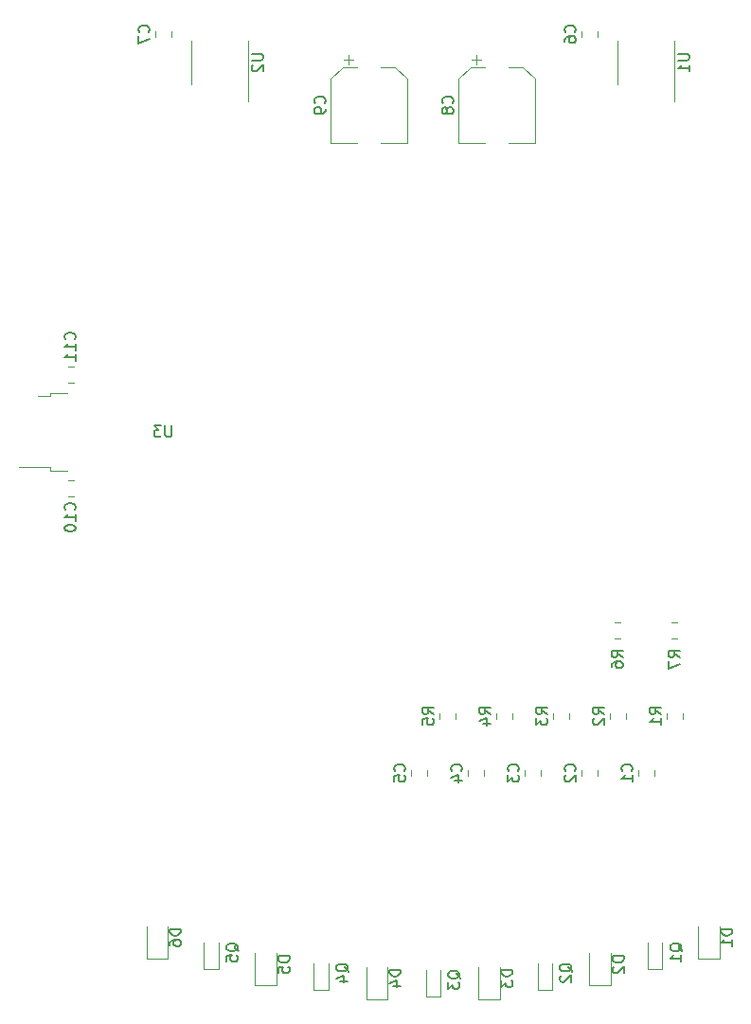
<source format=gbr>
G04 #@! TF.GenerationSoftware,KiCad,Pcbnew,5.1.6*
G04 #@! TF.CreationDate,2020-08-26T23:46:25+02:00*
G04 #@! TF.ProjectId,line_follower,6c696e65-5f66-46f6-9c6c-6f7765722e6b,rev?*
G04 #@! TF.SameCoordinates,Original*
G04 #@! TF.FileFunction,Legend,Bot*
G04 #@! TF.FilePolarity,Positive*
%FSLAX46Y46*%
G04 Gerber Fmt 4.6, Leading zero omitted, Abs format (unit mm)*
G04 Created by KiCad (PCBNEW 5.1.6) date 2020-08-26 23:46:25*
%MOMM*%
%LPD*%
G01*
G04 APERTURE LIST*
%ADD10C,0.120000*%
%ADD11C,0.150000*%
G04 APERTURE END LIST*
D10*
X3473750Y233750D02*
X4261250Y233750D01*
X3867500Y627500D02*
X3867500Y-160000D01*
X8060563Y-400000D02*
X9125000Y-1464437D01*
X3369437Y-400000D02*
X2305000Y-1464437D01*
X3369437Y-400000D02*
X4655000Y-400000D01*
X8060563Y-400000D02*
X6775000Y-400000D01*
X9125000Y-1464437D02*
X9125000Y-7220000D01*
X2305000Y-1464437D02*
X2305000Y-7220000D01*
X2305000Y-7220000D02*
X4655000Y-7220000D01*
X9125000Y-7220000D02*
X6775000Y-7220000D01*
X-7956250Y233750D02*
X-7168750Y233750D01*
X-7562500Y627500D02*
X-7562500Y-160000D01*
X-3369437Y-400000D02*
X-2305000Y-1464437D01*
X-8060563Y-400000D02*
X-9125000Y-1464437D01*
X-8060563Y-400000D02*
X-6775000Y-400000D01*
X-3369437Y-400000D02*
X-4655000Y-400000D01*
X-2305000Y-1464437D02*
X-2305000Y-7220000D01*
X-9125000Y-1464437D02*
X-9125000Y-7220000D01*
X-9125000Y-7220000D02*
X-6775000Y-7220000D01*
X-2305000Y-7220000D02*
X-4655000Y-7220000D01*
X-16490000Y0D02*
X-16490000Y-3450000D01*
X-16490000Y0D02*
X-16490000Y1950000D01*
X-21610000Y0D02*
X-21610000Y-1950000D01*
X-21610000Y0D02*
X-21610000Y1950000D01*
X-23420000Y2801252D02*
X-23420000Y2278748D01*
X-24840000Y2801252D02*
X-24840000Y2278748D01*
X21610000Y0D02*
X21610000Y-3450000D01*
X21610000Y0D02*
X21610000Y1950000D01*
X16490000Y0D02*
X16490000Y-1950000D01*
X16490000Y0D02*
X16490000Y1950000D01*
X14680000Y2801252D02*
X14680000Y2278748D01*
X13260000Y2801252D02*
X13260000Y2278748D01*
X-34220000Y-29840000D02*
X-35320000Y-29840000D01*
X-34220000Y-29570000D02*
X-34220000Y-29840000D01*
X-32720000Y-29570000D02*
X-34220000Y-29570000D01*
X-34220000Y-36200000D02*
X-37050000Y-36200000D01*
X-34220000Y-36470000D02*
X-34220000Y-36200000D01*
X-32720000Y-36470000D02*
X-34220000Y-36470000D01*
X21328748Y-50090000D02*
X21851252Y-50090000D01*
X21328748Y-51510000D02*
X21851252Y-51510000D01*
X16248748Y-50090000D02*
X16771252Y-50090000D01*
X16248748Y-51510000D02*
X16771252Y-51510000D01*
X1980000Y-58158748D02*
X1980000Y-58681252D01*
X560000Y-58158748D02*
X560000Y-58681252D01*
X7060000Y-58158748D02*
X7060000Y-58681252D01*
X5640000Y-58158748D02*
X5640000Y-58681252D01*
X12140000Y-58158748D02*
X12140000Y-58681252D01*
X10720000Y-58158748D02*
X10720000Y-58681252D01*
X17220000Y-58158748D02*
X17220000Y-58681252D01*
X15800000Y-58158748D02*
X15800000Y-58681252D01*
X22300000Y-58158748D02*
X22300000Y-58681252D01*
X20880000Y-58158748D02*
X20880000Y-58681252D01*
X-19187595Y-81064249D02*
X-20487595Y-81064249D01*
X-20487595Y-81064249D02*
X-20487595Y-78664249D01*
X-19187595Y-78664249D02*
X-19187595Y-81064249D01*
X-9343286Y-82888784D02*
X-10643286Y-82888784D01*
X-10643286Y-82888784D02*
X-10643286Y-80488784D01*
X-9343286Y-80488784D02*
X-9343286Y-82888784D01*
X650000Y-83500000D02*
X-650000Y-83500000D01*
X-650000Y-83500000D02*
X-650000Y-81100000D01*
X650000Y-81100000D02*
X650000Y-83500000D01*
X10643286Y-82888784D02*
X9343286Y-82888784D01*
X9343286Y-82888784D02*
X9343286Y-80488784D01*
X10643286Y-80488784D02*
X10643286Y-82888784D01*
X20487595Y-81064249D02*
X19187595Y-81064249D01*
X19187595Y-81064249D02*
X19187595Y-78664249D01*
X20487595Y-78664249D02*
X20487595Y-81064249D01*
X-25617875Y-80064789D02*
X-25617875Y-77204789D01*
X-23697875Y-80064789D02*
X-25617875Y-80064789D01*
X-23697875Y-77204789D02*
X-23697875Y-80064789D01*
X-15903313Y-82486902D02*
X-15903313Y-79626902D01*
X-13983313Y-82486902D02*
X-15903313Y-82486902D01*
X-13983313Y-79626902D02*
X-13983313Y-82486902D01*
X-5965980Y-83707053D02*
X-5965980Y-80847053D01*
X-4045980Y-83707053D02*
X-5965980Y-83707053D01*
X-4045980Y-80847053D02*
X-4045980Y-83707053D01*
X4045980Y-83707053D02*
X4045980Y-80847053D01*
X5965980Y-83707053D02*
X4045980Y-83707053D01*
X5965980Y-80847053D02*
X5965980Y-83707053D01*
X13983313Y-82486902D02*
X13983313Y-79626902D01*
X15903313Y-82486902D02*
X13983313Y-82486902D01*
X15903313Y-79626902D02*
X15903313Y-82486902D01*
X23697875Y-80064789D02*
X23697875Y-77204789D01*
X25617875Y-80064789D02*
X23697875Y-80064789D01*
X25617875Y-77204789D02*
X25617875Y-80064789D01*
X-32646252Y-27230000D02*
X-32123748Y-27230000D01*
X-32646252Y-28650000D02*
X-32123748Y-28650000D01*
X-32646252Y-37390000D02*
X-32123748Y-37390000D01*
X-32646252Y-38810000D02*
X-32123748Y-38810000D01*
X-560000Y-63238748D02*
X-560000Y-63761252D01*
X-1980000Y-63238748D02*
X-1980000Y-63761252D01*
X4520000Y-63238748D02*
X4520000Y-63761252D01*
X3100000Y-63238748D02*
X3100000Y-63761252D01*
X9600000Y-63238748D02*
X9600000Y-63761252D01*
X8180000Y-63238748D02*
X8180000Y-63761252D01*
X14680000Y-63238748D02*
X14680000Y-63761252D01*
X13260000Y-63238748D02*
X13260000Y-63761252D01*
X19760000Y-63238748D02*
X19760000Y-63761252D01*
X18340000Y-63238748D02*
X18340000Y-63761252D01*
D11*
X1722142Y-3643333D02*
X1769761Y-3595714D01*
X1817380Y-3452857D01*
X1817380Y-3357619D01*
X1769761Y-3214761D01*
X1674523Y-3119523D01*
X1579285Y-3071904D01*
X1388809Y-3024285D01*
X1245952Y-3024285D01*
X1055476Y-3071904D01*
X960238Y-3119523D01*
X865000Y-3214761D01*
X817380Y-3357619D01*
X817380Y-3452857D01*
X865000Y-3595714D01*
X912619Y-3643333D01*
X1245952Y-4214761D02*
X1198333Y-4119523D01*
X1150714Y-4071904D01*
X1055476Y-4024285D01*
X1007857Y-4024285D01*
X912619Y-4071904D01*
X865000Y-4119523D01*
X817380Y-4214761D01*
X817380Y-4405238D01*
X865000Y-4500476D01*
X912619Y-4548095D01*
X1007857Y-4595714D01*
X1055476Y-4595714D01*
X1150714Y-4548095D01*
X1198333Y-4500476D01*
X1245952Y-4405238D01*
X1245952Y-4214761D01*
X1293571Y-4119523D01*
X1341190Y-4071904D01*
X1436428Y-4024285D01*
X1626904Y-4024285D01*
X1722142Y-4071904D01*
X1769761Y-4119523D01*
X1817380Y-4214761D01*
X1817380Y-4405238D01*
X1769761Y-4500476D01*
X1722142Y-4548095D01*
X1626904Y-4595714D01*
X1436428Y-4595714D01*
X1341190Y-4548095D01*
X1293571Y-4500476D01*
X1245952Y-4405238D01*
X-9707857Y-3643333D02*
X-9660238Y-3595714D01*
X-9612619Y-3452857D01*
X-9612619Y-3357619D01*
X-9660238Y-3214761D01*
X-9755476Y-3119523D01*
X-9850714Y-3071904D01*
X-10041190Y-3024285D01*
X-10184047Y-3024285D01*
X-10374523Y-3071904D01*
X-10469761Y-3119523D01*
X-10565000Y-3214761D01*
X-10612619Y-3357619D01*
X-10612619Y-3452857D01*
X-10565000Y-3595714D01*
X-10517380Y-3643333D01*
X-9612619Y-4119523D02*
X-9612619Y-4310000D01*
X-9660238Y-4405238D01*
X-9707857Y-4452857D01*
X-9850714Y-4548095D01*
X-10041190Y-4595714D01*
X-10422142Y-4595714D01*
X-10517380Y-4548095D01*
X-10565000Y-4500476D01*
X-10612619Y-4405238D01*
X-10612619Y-4214761D01*
X-10565000Y-4119523D01*
X-10517380Y-4071904D01*
X-10422142Y-4024285D01*
X-10184047Y-4024285D01*
X-10088809Y-4071904D01*
X-10041190Y-4119523D01*
X-9993571Y-4214761D01*
X-9993571Y-4405238D01*
X-10041190Y-4500476D01*
X-10088809Y-4548095D01*
X-10184047Y-4595714D01*
X-16197619Y761904D02*
X-15388095Y761904D01*
X-15292857Y714285D01*
X-15245238Y666666D01*
X-15197619Y571428D01*
X-15197619Y380952D01*
X-15245238Y285714D01*
X-15292857Y238095D01*
X-15388095Y190476D01*
X-16197619Y190476D01*
X-16102380Y-238095D02*
X-16150000Y-285714D01*
X-16197619Y-380952D01*
X-16197619Y-619047D01*
X-16150000Y-714285D01*
X-16102380Y-761904D01*
X-16007142Y-809523D01*
X-15911904Y-809523D01*
X-15769047Y-761904D01*
X-15197619Y-190476D01*
X-15197619Y-809523D01*
X-25422857Y2706666D02*
X-25375238Y2754285D01*
X-25327619Y2897142D01*
X-25327619Y2992380D01*
X-25375238Y3135238D01*
X-25470476Y3230476D01*
X-25565714Y3278095D01*
X-25756190Y3325714D01*
X-25899047Y3325714D01*
X-26089523Y3278095D01*
X-26184761Y3230476D01*
X-26280000Y3135238D01*
X-26327619Y2992380D01*
X-26327619Y2897142D01*
X-26280000Y2754285D01*
X-26232380Y2706666D01*
X-26327619Y2373333D02*
X-26327619Y1706666D01*
X-25327619Y2135238D01*
X21902380Y761904D02*
X22711904Y761904D01*
X22807142Y714285D01*
X22854761Y666666D01*
X22902380Y571428D01*
X22902380Y380952D01*
X22854761Y285714D01*
X22807142Y238095D01*
X22711904Y190476D01*
X21902380Y190476D01*
X22902380Y-809523D02*
X22902380Y-238095D01*
X22902380Y-523809D02*
X21902380Y-523809D01*
X22045238Y-428571D01*
X22140476Y-333333D01*
X22188095Y-238095D01*
X12677142Y2706666D02*
X12724761Y2754285D01*
X12772380Y2897142D01*
X12772380Y2992380D01*
X12724761Y3135238D01*
X12629523Y3230476D01*
X12534285Y3278095D01*
X12343809Y3325714D01*
X12200952Y3325714D01*
X12010476Y3278095D01*
X11915238Y3230476D01*
X11820000Y3135238D01*
X11772380Y2992380D01*
X11772380Y2897142D01*
X11820000Y2754285D01*
X11867619Y2706666D01*
X11772380Y1849523D02*
X11772380Y2040000D01*
X11820000Y2135238D01*
X11867619Y2182857D01*
X12010476Y2278095D01*
X12200952Y2325714D01*
X12581904Y2325714D01*
X12677142Y2278095D01*
X12724761Y2230476D01*
X12772380Y2135238D01*
X12772380Y1944761D01*
X12724761Y1849523D01*
X12677142Y1801904D01*
X12581904Y1754285D01*
X12343809Y1754285D01*
X12248571Y1801904D01*
X12200952Y1849523D01*
X12153333Y1944761D01*
X12153333Y2135238D01*
X12200952Y2230476D01*
X12248571Y2278095D01*
X12343809Y2325714D01*
X-23368095Y-32472380D02*
X-23368095Y-33281904D01*
X-23415714Y-33377142D01*
X-23463333Y-33424761D01*
X-23558571Y-33472380D01*
X-23749047Y-33472380D01*
X-23844285Y-33424761D01*
X-23891904Y-33377142D01*
X-23939523Y-33281904D01*
X-23939523Y-32472380D01*
X-24320476Y-32472380D02*
X-24939523Y-32472380D01*
X-24606190Y-32853333D01*
X-24749047Y-32853333D01*
X-24844285Y-32900952D01*
X-24891904Y-32948571D01*
X-24939523Y-33043809D01*
X-24939523Y-33281904D01*
X-24891904Y-33377142D01*
X-24844285Y-33424761D01*
X-24749047Y-33472380D01*
X-24463333Y-33472380D01*
X-24368095Y-33424761D01*
X-24320476Y-33377142D01*
X22042380Y-53173333D02*
X21566190Y-52840000D01*
X22042380Y-52601904D02*
X21042380Y-52601904D01*
X21042380Y-52982857D01*
X21090000Y-53078095D01*
X21137619Y-53125714D01*
X21232857Y-53173333D01*
X21375714Y-53173333D01*
X21470952Y-53125714D01*
X21518571Y-53078095D01*
X21566190Y-52982857D01*
X21566190Y-52601904D01*
X21042380Y-53506666D02*
X21042380Y-54173333D01*
X22042380Y-53744761D01*
X16962380Y-53173333D02*
X16486190Y-52840000D01*
X16962380Y-52601904D02*
X15962380Y-52601904D01*
X15962380Y-52982857D01*
X16010000Y-53078095D01*
X16057619Y-53125714D01*
X16152857Y-53173333D01*
X16295714Y-53173333D01*
X16390952Y-53125714D01*
X16438571Y-53078095D01*
X16486190Y-52982857D01*
X16486190Y-52601904D01*
X15962380Y-54030476D02*
X15962380Y-53840000D01*
X16010000Y-53744761D01*
X16057619Y-53697142D01*
X16200476Y-53601904D01*
X16390952Y-53554285D01*
X16771904Y-53554285D01*
X16867142Y-53601904D01*
X16914761Y-53649523D01*
X16962380Y-53744761D01*
X16962380Y-53935238D01*
X16914761Y-54030476D01*
X16867142Y-54078095D01*
X16771904Y-54125714D01*
X16533809Y-54125714D01*
X16438571Y-54078095D01*
X16390952Y-54030476D01*
X16343333Y-53935238D01*
X16343333Y-53744761D01*
X16390952Y-53649523D01*
X16438571Y-53601904D01*
X16533809Y-53554285D01*
X72380Y-58253333D02*
X-403809Y-57920000D01*
X72380Y-57681904D02*
X-927619Y-57681904D01*
X-927619Y-58062857D01*
X-880000Y-58158095D01*
X-832380Y-58205714D01*
X-737142Y-58253333D01*
X-594285Y-58253333D01*
X-499047Y-58205714D01*
X-451428Y-58158095D01*
X-403809Y-58062857D01*
X-403809Y-57681904D01*
X-927619Y-59158095D02*
X-927619Y-58681904D01*
X-451428Y-58634285D01*
X-499047Y-58681904D01*
X-546666Y-58777142D01*
X-546666Y-59015238D01*
X-499047Y-59110476D01*
X-451428Y-59158095D01*
X-356190Y-59205714D01*
X-118095Y-59205714D01*
X-22857Y-59158095D01*
X24761Y-59110476D01*
X72380Y-59015238D01*
X72380Y-58777142D01*
X24761Y-58681904D01*
X-22857Y-58634285D01*
X5152380Y-58253333D02*
X4676190Y-57920000D01*
X5152380Y-57681904D02*
X4152380Y-57681904D01*
X4152380Y-58062857D01*
X4200000Y-58158095D01*
X4247619Y-58205714D01*
X4342857Y-58253333D01*
X4485714Y-58253333D01*
X4580952Y-58205714D01*
X4628571Y-58158095D01*
X4676190Y-58062857D01*
X4676190Y-57681904D01*
X4485714Y-59110476D02*
X5152380Y-59110476D01*
X4104761Y-58872380D02*
X4819047Y-58634285D01*
X4819047Y-59253333D01*
X10232380Y-58253333D02*
X9756190Y-57920000D01*
X10232380Y-57681904D02*
X9232380Y-57681904D01*
X9232380Y-58062857D01*
X9280000Y-58158095D01*
X9327619Y-58205714D01*
X9422857Y-58253333D01*
X9565714Y-58253333D01*
X9660952Y-58205714D01*
X9708571Y-58158095D01*
X9756190Y-58062857D01*
X9756190Y-57681904D01*
X9232380Y-58586666D02*
X9232380Y-59205714D01*
X9613333Y-58872380D01*
X9613333Y-59015238D01*
X9660952Y-59110476D01*
X9708571Y-59158095D01*
X9803809Y-59205714D01*
X10041904Y-59205714D01*
X10137142Y-59158095D01*
X10184761Y-59110476D01*
X10232380Y-59015238D01*
X10232380Y-58729523D01*
X10184761Y-58634285D01*
X10137142Y-58586666D01*
X15312380Y-58253333D02*
X14836190Y-57920000D01*
X15312380Y-57681904D02*
X14312380Y-57681904D01*
X14312380Y-58062857D01*
X14360000Y-58158095D01*
X14407619Y-58205714D01*
X14502857Y-58253333D01*
X14645714Y-58253333D01*
X14740952Y-58205714D01*
X14788571Y-58158095D01*
X14836190Y-58062857D01*
X14836190Y-57681904D01*
X14407619Y-58634285D02*
X14360000Y-58681904D01*
X14312380Y-58777142D01*
X14312380Y-59015238D01*
X14360000Y-59110476D01*
X14407619Y-59158095D01*
X14502857Y-59205714D01*
X14598095Y-59205714D01*
X14740952Y-59158095D01*
X15312380Y-58586666D01*
X15312380Y-59205714D01*
X20392380Y-58253333D02*
X19916190Y-57920000D01*
X20392380Y-57681904D02*
X19392380Y-57681904D01*
X19392380Y-58062857D01*
X19440000Y-58158095D01*
X19487619Y-58205714D01*
X19582857Y-58253333D01*
X19725714Y-58253333D01*
X19820952Y-58205714D01*
X19868571Y-58158095D01*
X19916190Y-58062857D01*
X19916190Y-57681904D01*
X20392380Y-59205714D02*
X20392380Y-58634285D01*
X20392380Y-58920000D02*
X19392380Y-58920000D01*
X19535238Y-58824761D01*
X19630476Y-58729523D01*
X19678095Y-58634285D01*
X-17384975Y-79469010D02*
X-17432595Y-79373772D01*
X-17527833Y-79278534D01*
X-17670690Y-79135677D01*
X-17718309Y-79040439D01*
X-17718309Y-78945201D01*
X-17480214Y-78992820D02*
X-17527833Y-78897582D01*
X-17623071Y-78802344D01*
X-17813547Y-78754725D01*
X-18146880Y-78754725D01*
X-18337356Y-78802344D01*
X-18432595Y-78897582D01*
X-18480214Y-78992820D01*
X-18480214Y-79183296D01*
X-18432595Y-79278534D01*
X-18337356Y-79373772D01*
X-18146880Y-79421391D01*
X-17813547Y-79421391D01*
X-17623071Y-79373772D01*
X-17527833Y-79278534D01*
X-17480214Y-79183296D01*
X-17480214Y-78992820D01*
X-18480214Y-80326153D02*
X-18480214Y-79849963D01*
X-18004023Y-79802344D01*
X-18051642Y-79849963D01*
X-18099261Y-79945201D01*
X-18099261Y-80183296D01*
X-18051642Y-80278534D01*
X-18004023Y-80326153D01*
X-17908785Y-80373772D01*
X-17670690Y-80373772D01*
X-17575452Y-80326153D01*
X-17527833Y-80278534D01*
X-17480214Y-80183296D01*
X-17480214Y-79945201D01*
X-17527833Y-79849963D01*
X-17575452Y-79802344D01*
X-7540666Y-81293545D02*
X-7588286Y-81198307D01*
X-7683524Y-81103069D01*
X-7826381Y-80960212D01*
X-7874000Y-80864974D01*
X-7874000Y-80769736D01*
X-7635905Y-80817355D02*
X-7683524Y-80722117D01*
X-7778762Y-80626879D01*
X-7969238Y-80579260D01*
X-8302571Y-80579260D01*
X-8493047Y-80626879D01*
X-8588286Y-80722117D01*
X-8635905Y-80817355D01*
X-8635905Y-81007831D01*
X-8588286Y-81103069D01*
X-8493047Y-81198307D01*
X-8302571Y-81245926D01*
X-7969238Y-81245926D01*
X-7778762Y-81198307D01*
X-7683524Y-81103069D01*
X-7635905Y-81007831D01*
X-7635905Y-80817355D01*
X-8302571Y-82103069D02*
X-7635905Y-82103069D01*
X-8683524Y-81864974D02*
X-7969238Y-81626879D01*
X-7969238Y-82245926D01*
X2452619Y-81904761D02*
X2405000Y-81809523D01*
X2309761Y-81714285D01*
X2166904Y-81571428D01*
X2119285Y-81476190D01*
X2119285Y-81380952D01*
X2357380Y-81428571D02*
X2309761Y-81333333D01*
X2214523Y-81238095D01*
X2024047Y-81190476D01*
X1690714Y-81190476D01*
X1500238Y-81238095D01*
X1405000Y-81333333D01*
X1357380Y-81428571D01*
X1357380Y-81619047D01*
X1405000Y-81714285D01*
X1500238Y-81809523D01*
X1690714Y-81857142D01*
X2024047Y-81857142D01*
X2214523Y-81809523D01*
X2309761Y-81714285D01*
X2357380Y-81619047D01*
X2357380Y-81428571D01*
X1357380Y-82190476D02*
X1357380Y-82809523D01*
X1738333Y-82476190D01*
X1738333Y-82619047D01*
X1785952Y-82714285D01*
X1833571Y-82761904D01*
X1928809Y-82809523D01*
X2166904Y-82809523D01*
X2262142Y-82761904D01*
X2309761Y-82714285D01*
X2357380Y-82619047D01*
X2357380Y-82333333D01*
X2309761Y-82238095D01*
X2262142Y-82190476D01*
X12445905Y-81293545D02*
X12398286Y-81198307D01*
X12303047Y-81103069D01*
X12160190Y-80960212D01*
X12112571Y-80864974D01*
X12112571Y-80769736D01*
X12350666Y-80817355D02*
X12303047Y-80722117D01*
X12207809Y-80626879D01*
X12017333Y-80579260D01*
X11684000Y-80579260D01*
X11493524Y-80626879D01*
X11398286Y-80722117D01*
X11350666Y-80817355D01*
X11350666Y-81007831D01*
X11398286Y-81103069D01*
X11493524Y-81198307D01*
X11684000Y-81245926D01*
X12017333Y-81245926D01*
X12207809Y-81198307D01*
X12303047Y-81103069D01*
X12350666Y-81007831D01*
X12350666Y-80817355D01*
X11445905Y-81626879D02*
X11398286Y-81674498D01*
X11350666Y-81769736D01*
X11350666Y-82007831D01*
X11398286Y-82103069D01*
X11445905Y-82150688D01*
X11541143Y-82198307D01*
X11636381Y-82198307D01*
X11779238Y-82150688D01*
X12350666Y-81579260D01*
X12350666Y-82198307D01*
X22290214Y-79469010D02*
X22242595Y-79373772D01*
X22147356Y-79278534D01*
X22004499Y-79135677D01*
X21956880Y-79040439D01*
X21956880Y-78945201D01*
X22194975Y-78992820D02*
X22147356Y-78897582D01*
X22052118Y-78802344D01*
X21861642Y-78754725D01*
X21528309Y-78754725D01*
X21337833Y-78802344D01*
X21242595Y-78897582D01*
X21194975Y-78992820D01*
X21194975Y-79183296D01*
X21242595Y-79278534D01*
X21337833Y-79373772D01*
X21528309Y-79421391D01*
X21861642Y-79421391D01*
X22052118Y-79373772D01*
X22147356Y-79278534D01*
X22194975Y-79183296D01*
X22194975Y-78992820D01*
X22194975Y-80373772D02*
X22194975Y-79802344D01*
X22194975Y-80088058D02*
X21194975Y-80088058D01*
X21337833Y-79992820D01*
X21433071Y-79897582D01*
X21480690Y-79802344D01*
X-22555494Y-77466693D02*
X-23555494Y-77466693D01*
X-23555494Y-77704789D01*
X-23507875Y-77847646D01*
X-23412636Y-77942884D01*
X-23317398Y-77990503D01*
X-23126922Y-78038122D01*
X-22984065Y-78038122D01*
X-22793589Y-77990503D01*
X-22698351Y-77942884D01*
X-22603113Y-77847646D01*
X-22555494Y-77704789D01*
X-22555494Y-77466693D01*
X-23555494Y-78895265D02*
X-23555494Y-78704789D01*
X-23507875Y-78609550D01*
X-23460255Y-78561931D01*
X-23317398Y-78466693D01*
X-23126922Y-78419074D01*
X-22745970Y-78419074D01*
X-22650732Y-78466693D01*
X-22603113Y-78514312D01*
X-22555494Y-78609550D01*
X-22555494Y-78800027D01*
X-22603113Y-78895265D01*
X-22650732Y-78942884D01*
X-22745970Y-78990503D01*
X-22984065Y-78990503D01*
X-23079303Y-78942884D01*
X-23126922Y-78895265D01*
X-23174541Y-78800027D01*
X-23174541Y-78609550D01*
X-23126922Y-78514312D01*
X-23079303Y-78466693D01*
X-22984065Y-78419074D01*
X-12840932Y-79888806D02*
X-13840932Y-79888806D01*
X-13840932Y-80126902D01*
X-13793313Y-80269759D01*
X-13698074Y-80364997D01*
X-13602836Y-80412616D01*
X-13412360Y-80460235D01*
X-13269503Y-80460235D01*
X-13079027Y-80412616D01*
X-12983789Y-80364997D01*
X-12888551Y-80269759D01*
X-12840932Y-80126902D01*
X-12840932Y-79888806D01*
X-13840932Y-81364997D02*
X-13840932Y-80888806D01*
X-13364741Y-80841187D01*
X-13412360Y-80888806D01*
X-13459979Y-80984044D01*
X-13459979Y-81222140D01*
X-13412360Y-81317378D01*
X-13364741Y-81364997D01*
X-13269503Y-81412616D01*
X-13031408Y-81412616D01*
X-12936170Y-81364997D01*
X-12888551Y-81317378D01*
X-12840932Y-81222140D01*
X-12840932Y-80984044D01*
X-12888551Y-80888806D01*
X-12936170Y-80841187D01*
X-2903599Y-81108957D02*
X-3903599Y-81108957D01*
X-3903599Y-81347053D01*
X-3855980Y-81489910D01*
X-3760741Y-81585148D01*
X-3665503Y-81632767D01*
X-3475027Y-81680386D01*
X-3332170Y-81680386D01*
X-3141694Y-81632767D01*
X-3046456Y-81585148D01*
X-2951218Y-81489910D01*
X-2903599Y-81347053D01*
X-2903599Y-81108957D01*
X-3570265Y-82537529D02*
X-2903599Y-82537529D01*
X-3951218Y-82299433D02*
X-3236932Y-82061338D01*
X-3236932Y-82680386D01*
X7108360Y-81108957D02*
X6108360Y-81108957D01*
X6108360Y-81347053D01*
X6155980Y-81489910D01*
X6251218Y-81585148D01*
X6346456Y-81632767D01*
X6536932Y-81680386D01*
X6679789Y-81680386D01*
X6870265Y-81632767D01*
X6965503Y-81585148D01*
X7060741Y-81489910D01*
X7108360Y-81347053D01*
X7108360Y-81108957D01*
X6108360Y-82013719D02*
X6108360Y-82632767D01*
X6489313Y-82299433D01*
X6489313Y-82442291D01*
X6536932Y-82537529D01*
X6584551Y-82585148D01*
X6679789Y-82632767D01*
X6917884Y-82632767D01*
X7013122Y-82585148D01*
X7060741Y-82537529D01*
X7108360Y-82442291D01*
X7108360Y-82156576D01*
X7060741Y-82061338D01*
X7013122Y-82013719D01*
X17045693Y-79888806D02*
X16045693Y-79888806D01*
X16045693Y-80126902D01*
X16093313Y-80269759D01*
X16188551Y-80364997D01*
X16283789Y-80412616D01*
X16474265Y-80460235D01*
X16617122Y-80460235D01*
X16807598Y-80412616D01*
X16902836Y-80364997D01*
X16998074Y-80269759D01*
X17045693Y-80126902D01*
X17045693Y-79888806D01*
X16140932Y-80841187D02*
X16093313Y-80888806D01*
X16045693Y-80984044D01*
X16045693Y-81222140D01*
X16093313Y-81317378D01*
X16140932Y-81364997D01*
X16236170Y-81412616D01*
X16331408Y-81412616D01*
X16474265Y-81364997D01*
X17045693Y-80793568D01*
X17045693Y-81412616D01*
X26760255Y-77466693D02*
X25760255Y-77466693D01*
X25760255Y-77704789D01*
X25807875Y-77847646D01*
X25903113Y-77942884D01*
X25998351Y-77990503D01*
X26188827Y-78038122D01*
X26331684Y-78038122D01*
X26522160Y-77990503D01*
X26617398Y-77942884D01*
X26712636Y-77847646D01*
X26760255Y-77704789D01*
X26760255Y-77466693D01*
X26760255Y-78990503D02*
X26760255Y-78419074D01*
X26760255Y-78704789D02*
X25760255Y-78704789D01*
X25903113Y-78609550D01*
X25998351Y-78514312D01*
X26045970Y-78419074D01*
X-32027857Y-24757142D02*
X-31980238Y-24709523D01*
X-31932619Y-24566666D01*
X-31932619Y-24471428D01*
X-31980238Y-24328571D01*
X-32075476Y-24233333D01*
X-32170714Y-24185714D01*
X-32361190Y-24138095D01*
X-32504047Y-24138095D01*
X-32694523Y-24185714D01*
X-32789761Y-24233333D01*
X-32885000Y-24328571D01*
X-32932619Y-24471428D01*
X-32932619Y-24566666D01*
X-32885000Y-24709523D01*
X-32837380Y-24757142D01*
X-31932619Y-25709523D02*
X-31932619Y-25138095D01*
X-31932619Y-25423809D02*
X-32932619Y-25423809D01*
X-32789761Y-25328571D01*
X-32694523Y-25233333D01*
X-32646904Y-25138095D01*
X-31932619Y-26661904D02*
X-31932619Y-26090476D01*
X-31932619Y-26376190D02*
X-32932619Y-26376190D01*
X-32789761Y-26280952D01*
X-32694523Y-26185714D01*
X-32646904Y-26090476D01*
X-32027857Y-39997142D02*
X-31980238Y-39949523D01*
X-31932619Y-39806666D01*
X-31932619Y-39711428D01*
X-31980238Y-39568571D01*
X-32075476Y-39473333D01*
X-32170714Y-39425714D01*
X-32361190Y-39378095D01*
X-32504047Y-39378095D01*
X-32694523Y-39425714D01*
X-32789761Y-39473333D01*
X-32885000Y-39568571D01*
X-32932619Y-39711428D01*
X-32932619Y-39806666D01*
X-32885000Y-39949523D01*
X-32837380Y-39997142D01*
X-31932619Y-40949523D02*
X-31932619Y-40378095D01*
X-31932619Y-40663809D02*
X-32932619Y-40663809D01*
X-32789761Y-40568571D01*
X-32694523Y-40473333D01*
X-32646904Y-40378095D01*
X-32932619Y-41568571D02*
X-32932619Y-41663809D01*
X-32885000Y-41759047D01*
X-32837380Y-41806666D01*
X-32742142Y-41854285D01*
X-32551666Y-41901904D01*
X-32313571Y-41901904D01*
X-32123095Y-41854285D01*
X-32027857Y-41806666D01*
X-31980238Y-41759047D01*
X-31932619Y-41663809D01*
X-31932619Y-41568571D01*
X-31980238Y-41473333D01*
X-32027857Y-41425714D01*
X-32123095Y-41378095D01*
X-32313571Y-41330476D01*
X-32551666Y-41330476D01*
X-32742142Y-41378095D01*
X-32837380Y-41425714D01*
X-32885000Y-41473333D01*
X-32932619Y-41568571D01*
X-2562857Y-63333333D02*
X-2515238Y-63285714D01*
X-2467619Y-63142857D01*
X-2467619Y-63047619D01*
X-2515238Y-62904761D01*
X-2610476Y-62809523D01*
X-2705714Y-62761904D01*
X-2896190Y-62714285D01*
X-3039047Y-62714285D01*
X-3229523Y-62761904D01*
X-3324761Y-62809523D01*
X-3420000Y-62904761D01*
X-3467619Y-63047619D01*
X-3467619Y-63142857D01*
X-3420000Y-63285714D01*
X-3372380Y-63333333D01*
X-3467619Y-64238095D02*
X-3467619Y-63761904D01*
X-2991428Y-63714285D01*
X-3039047Y-63761904D01*
X-3086666Y-63857142D01*
X-3086666Y-64095238D01*
X-3039047Y-64190476D01*
X-2991428Y-64238095D01*
X-2896190Y-64285714D01*
X-2658095Y-64285714D01*
X-2562857Y-64238095D01*
X-2515238Y-64190476D01*
X-2467619Y-64095238D01*
X-2467619Y-63857142D01*
X-2515238Y-63761904D01*
X-2562857Y-63714285D01*
X2517142Y-63333333D02*
X2564761Y-63285714D01*
X2612380Y-63142857D01*
X2612380Y-63047619D01*
X2564761Y-62904761D01*
X2469523Y-62809523D01*
X2374285Y-62761904D01*
X2183809Y-62714285D01*
X2040952Y-62714285D01*
X1850476Y-62761904D01*
X1755238Y-62809523D01*
X1660000Y-62904761D01*
X1612380Y-63047619D01*
X1612380Y-63142857D01*
X1660000Y-63285714D01*
X1707619Y-63333333D01*
X1945714Y-64190476D02*
X2612380Y-64190476D01*
X1564761Y-63952380D02*
X2279047Y-63714285D01*
X2279047Y-64333333D01*
X7597142Y-63333333D02*
X7644761Y-63285714D01*
X7692380Y-63142857D01*
X7692380Y-63047619D01*
X7644761Y-62904761D01*
X7549523Y-62809523D01*
X7454285Y-62761904D01*
X7263809Y-62714285D01*
X7120952Y-62714285D01*
X6930476Y-62761904D01*
X6835238Y-62809523D01*
X6740000Y-62904761D01*
X6692380Y-63047619D01*
X6692380Y-63142857D01*
X6740000Y-63285714D01*
X6787619Y-63333333D01*
X6692380Y-63666666D02*
X6692380Y-64285714D01*
X7073333Y-63952380D01*
X7073333Y-64095238D01*
X7120952Y-64190476D01*
X7168571Y-64238095D01*
X7263809Y-64285714D01*
X7501904Y-64285714D01*
X7597142Y-64238095D01*
X7644761Y-64190476D01*
X7692380Y-64095238D01*
X7692380Y-63809523D01*
X7644761Y-63714285D01*
X7597142Y-63666666D01*
X12677142Y-63333333D02*
X12724761Y-63285714D01*
X12772380Y-63142857D01*
X12772380Y-63047619D01*
X12724761Y-62904761D01*
X12629523Y-62809523D01*
X12534285Y-62761904D01*
X12343809Y-62714285D01*
X12200952Y-62714285D01*
X12010476Y-62761904D01*
X11915238Y-62809523D01*
X11820000Y-62904761D01*
X11772380Y-63047619D01*
X11772380Y-63142857D01*
X11820000Y-63285714D01*
X11867619Y-63333333D01*
X11867619Y-63714285D02*
X11820000Y-63761904D01*
X11772380Y-63857142D01*
X11772380Y-64095238D01*
X11820000Y-64190476D01*
X11867619Y-64238095D01*
X11962857Y-64285714D01*
X12058095Y-64285714D01*
X12200952Y-64238095D01*
X12772380Y-63666666D01*
X12772380Y-64285714D01*
X17757142Y-63333333D02*
X17804761Y-63285714D01*
X17852380Y-63142857D01*
X17852380Y-63047619D01*
X17804761Y-62904761D01*
X17709523Y-62809523D01*
X17614285Y-62761904D01*
X17423809Y-62714285D01*
X17280952Y-62714285D01*
X17090476Y-62761904D01*
X16995238Y-62809523D01*
X16900000Y-62904761D01*
X16852380Y-63047619D01*
X16852380Y-63142857D01*
X16900000Y-63285714D01*
X16947619Y-63333333D01*
X17852380Y-64285714D02*
X17852380Y-63714285D01*
X17852380Y-64000000D02*
X16852380Y-64000000D01*
X16995238Y-63904761D01*
X17090476Y-63809523D01*
X17138095Y-63714285D01*
M02*

</source>
